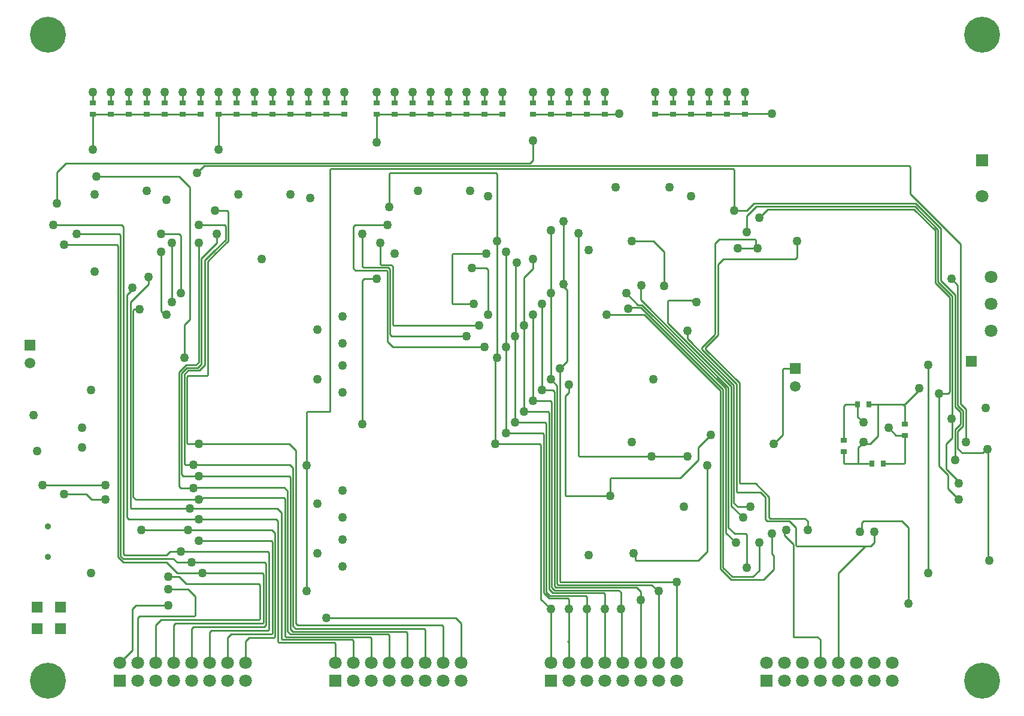
<source format=gbl>
G04*
G04 #@! TF.GenerationSoftware,Altium Limited,Altium Designer,22.3.1 (43)*
G04*
G04 Layer_Physical_Order=4*
G04 Layer_Color=16711680*
%FSLAX25Y25*%
%MOIN*%
G70*
G04*
G04 #@! TF.SameCoordinates,F15A7EA6-3F3C-4714-8FA7-CF7AF9E4284A*
G04*
G04*
G04 #@! TF.FilePolarity,Positive*
G04*
G01*
G75*
%ADD14C,0.01000*%
%ADD18R,0.03740X0.03150*%
%ADD19R,0.03150X0.03740*%
%ADD52C,0.07087*%
%ADD53R,0.07087X0.07087*%
%ADD54R,0.07087X0.07087*%
%ADD55C,0.05906*%
%ADD56R,0.05906X0.05906*%
%ADD57C,0.03543*%
%ADD58C,0.20000*%
%ADD59C,0.05000*%
D14*
X209000Y209000D02*
Y248354D01*
X212000Y206000D02*
X263000D01*
X209000Y209000D02*
X212000Y206000D01*
X448414Y44586D02*
X450000Y43000D01*
Y30000D02*
Y43000D01*
X435000Y44586D02*
X448414D01*
X510000Y80000D02*
Y196150D01*
X416000Y278000D02*
X420879Y282879D01*
X503243Y286000D02*
X517000Y272243D01*
X409000Y279000D02*
X414379Y284379D01*
X420879Y282879D02*
X502121D01*
X414379Y284379D02*
X502743D01*
X413000Y286000D02*
X503243D01*
X502121Y282879D02*
X514000Y271000D01*
X502743Y284379D02*
X515500Y271621D01*
X409000Y282000D02*
X413000Y286000D01*
X515500Y242379D02*
Y271621D01*
X517000Y243000D02*
Y272243D01*
Y243000D02*
X525000Y235000D01*
X515500Y242379D02*
X523500Y234379D01*
X525000Y172879D02*
Y235000D01*
X523500Y166500D02*
Y234379D01*
X441500Y110500D02*
X443000Y109000D01*
Y104000D02*
Y109000D01*
X422086Y110500D02*
X441500D01*
X430235Y101235D02*
Y103235D01*
X430000Y101000D02*
X430235Y101235D01*
Y103235D02*
X431000Y104000D01*
X430000Y101000D02*
X435000Y96000D01*
Y44586D02*
Y96000D01*
X386035Y204964D02*
X405000Y186000D01*
X386035Y204964D02*
Y205793D01*
X393000Y212757D01*
X350000Y232515D02*
Y239914D01*
X384035Y204843D02*
Y205914D01*
X365000Y219636D02*
X400379Y184257D01*
X394379Y82500D02*
Y181772D01*
X343535Y228018D02*
X350254D01*
X350876Y229518D02*
X397379Y183015D01*
X348482Y229518D02*
X350876D01*
X401879Y119239D02*
Y184879D01*
X331000Y224000D02*
X352151D01*
X365000Y219636D02*
Y231414D01*
X397379Y102621D02*
Y183015D01*
X376000Y210757D02*
Y215000D01*
X350000Y232515D02*
X398879Y183636D01*
X395879Y83121D02*
Y182393D01*
X405000Y130586D02*
Y186000D01*
X403379Y125586D02*
Y185500D01*
X384035Y204843D02*
X403379Y185500D01*
X398879Y105621D02*
Y183636D01*
X400379Y117621D02*
Y184257D01*
X352151Y224000D02*
X394379Y181772D01*
X376000Y210757D02*
X401879Y184879D01*
X350254Y228018D02*
X395879Y182393D01*
X405586Y130000D02*
X414000D01*
X405000Y130586D02*
X405586Y130000D01*
X403965Y125000D02*
X416879D01*
X403379Y125586D02*
X403965Y125000D01*
X384035Y205914D02*
X391000Y212879D01*
X397379Y102621D02*
X403000Y97000D01*
X395879Y83121D02*
X401000Y78000D01*
X400379Y117621D02*
X407000Y111000D01*
X401879Y119239D02*
X404117Y117000D01*
X398879Y105621D02*
X402500Y102000D01*
X394379Y82500D02*
X400379Y76500D01*
X393000Y252000D02*
X396000Y255000D01*
X436000D02*
X437000Y256000D01*
X396000Y255000D02*
X436000D01*
X413649Y266000D02*
X414235Y265414D01*
X391500Y263854D02*
X393647Y266000D01*
X414235Y261765D02*
Y265414D01*
X393647Y266000D02*
X413649D01*
X437000Y256000D02*
Y265000D01*
X393000Y212757D02*
Y252000D01*
X416879Y125000D02*
X419500Y122379D01*
Y110086D02*
Y122379D01*
X414000Y130000D02*
X421500Y122500D01*
Y111086D02*
Y122500D01*
X419500Y110086D02*
X420586Y109000D01*
X421500Y111086D02*
X422086Y110500D01*
X436500Y95586D02*
Y105379D01*
X432879Y109000D02*
X436500Y105379D01*
X420586Y109000D02*
X432879D01*
X429000Y193414D02*
X429586Y194000D01*
X429000Y157000D02*
Y193414D01*
X429586Y194000D02*
X436000D01*
X424000Y152000D02*
X429000Y157000D01*
X414235Y261765D02*
X415000Y261000D01*
X391500Y213500D02*
Y263854D01*
X391000Y213000D02*
X391500Y213500D01*
X391000Y212879D02*
Y213000D01*
X480000Y97000D02*
Y103000D01*
X460000Y80000D02*
X475000Y95000D01*
X478000D01*
X437086D02*
X475000D01*
X436500Y95586D02*
X437086Y95000D01*
X478000D02*
X480000Y97000D01*
X514000Y241757D02*
Y271000D01*
X528000Y174646D02*
Y263364D01*
X500000Y291364D02*
Y306414D01*
Y291364D02*
X528000Y263364D01*
X402000Y282000D02*
X409000D01*
Y270000D02*
Y279000D01*
X402000Y282000D02*
Y304914D01*
X514000Y241757D02*
X522000Y233757D01*
Y181000D02*
Y233757D01*
X521000Y180000D02*
X522000Y181000D01*
X516000Y180000D02*
X521000D01*
X523500Y155500D02*
Y165500D01*
X523000Y166000D02*
X523500Y166500D01*
X523000Y166000D02*
X523500Y165500D01*
X526500Y149500D02*
X529000Y147000D01*
X526500Y149500D02*
Y159000D01*
X529500Y162000D01*
X525000Y160000D02*
X528000Y163000D01*
X520000Y152000D02*
X523500Y155500D01*
X525000Y143000D02*
Y160000D01*
X531000Y153000D02*
Y171646D01*
X528000Y174646D02*
X531000Y171646D01*
X525000Y172879D02*
X528000Y169879D01*
X526500Y173500D02*
X529500Y170500D01*
X528000Y163000D02*
Y169879D01*
X529500Y162000D02*
Y170500D01*
X521000Y127000D02*
Y134879D01*
X516000Y139879D02*
X521000Y134879D01*
X516000Y139879D02*
Y180000D01*
X520000Y138000D02*
X527000Y131000D01*
Y130000D02*
Y131000D01*
X520000Y138000D02*
Y152000D01*
X521000Y127000D02*
X527000Y121000D01*
X526500Y173500D02*
Y240500D01*
X523000Y244000D02*
X526500Y240500D01*
X495414Y109000D02*
X499000Y105414D01*
Y63000D02*
Y105414D01*
X472414Y103000D02*
X473000Y103586D01*
X472000Y103000D02*
X472414D01*
X473000Y103586D02*
Y108000D01*
X474000Y109000D01*
X495414D01*
X460000Y30000D02*
Y80000D01*
X404117Y117000D02*
X411000D01*
X404000Y261000D02*
X415000D01*
X408000Y342150D02*
Y348000D01*
X398150Y336000D02*
X423000D01*
X398000Y335850D02*
X398150Y336000D01*
X75000Y335850D02*
X95000D01*
X245000Y257414D02*
X245586Y258000D01*
X264000D01*
X245000Y230586D02*
Y257414D01*
X212000Y218586D02*
X212586Y218000D01*
X210500Y213086D02*
X211586Y212000D01*
X209561Y250439D02*
X210500Y249500D01*
X211061Y251939D02*
X212000Y251000D01*
X210500Y213086D02*
Y249500D01*
X208414Y248939D02*
X209000Y248354D01*
X212000Y218586D02*
Y251000D01*
X212586Y218000D02*
X260000D01*
X191061Y248939D02*
X208414D01*
X205586Y251939D02*
X211061D01*
X205000Y252525D02*
Y264000D01*
Y252525D02*
X205586Y251939D01*
X195586Y250439D02*
X209561D01*
X195000Y251025D02*
Y269000D01*
Y251025D02*
X195586Y250439D01*
X190000Y250000D02*
Y273000D01*
Y250000D02*
X191061Y248939D01*
X265000Y224000D02*
Y249000D01*
X264000Y250000D02*
X265000Y249000D01*
X256000Y250000D02*
X264000D01*
X245586Y230000D02*
X257000D01*
X245000Y230586D02*
X245586Y230000D01*
X300000Y236000D02*
Y271000D01*
Y188000D02*
Y236000D01*
X307000Y239918D02*
Y276000D01*
X270000Y265000D02*
Y302414D01*
X269414Y303000D02*
X270000Y302414D01*
X210586Y303000D02*
X269414D01*
X210000Y284000D02*
Y302414D01*
X210586Y303000D01*
X211586Y212000D02*
X253000D01*
X191000Y274000D02*
X209000D01*
X190000Y273000D02*
X191000Y274000D01*
X195000Y243000D02*
X196000Y244000D01*
X195000Y163000D02*
Y243000D01*
X177000Y170000D02*
Y304914D01*
X164000Y140000D02*
Y169414D01*
X164586Y170000D01*
X177000D01*
X177586Y305500D02*
X401414D01*
X177000Y304914D02*
X177586Y305500D01*
X196000Y244000D02*
X203000D01*
X401414Y305500D02*
X402000Y304914D01*
X107000Y307000D02*
X499414D01*
X500000Y306414D01*
X103000Y303000D02*
X107000Y307000D01*
X542500Y148500D02*
X543500Y147500D01*
Y87500D02*
X544000Y87000D01*
X543500Y87500D02*
Y147500D01*
X529000Y147000D02*
X540414D01*
X541914Y148500D02*
X542500D01*
X540414Y147000D02*
X541914Y148500D01*
X542500D02*
X543000Y149000D01*
X69086Y121000D02*
X104000D01*
X67500Y122586D02*
Y226414D01*
Y122586D02*
X69086Y121000D01*
X68086Y227000D02*
X71000D01*
X67500Y226414D02*
X68086Y227000D01*
X66000Y231000D02*
X76000Y241000D01*
Y245000D01*
X64000Y111000D02*
Y235000D01*
X67000Y238000D01*
Y239000D01*
X62000Y90828D02*
Y273000D01*
X60500Y89621D02*
Y268414D01*
X59000Y89000D02*
Y262414D01*
X23000Y274000D02*
X61000D01*
X36000Y269000D02*
X59914D01*
X29000Y263000D02*
X58414D01*
X61000Y274000D02*
X62000Y273000D01*
X59914Y269000D02*
X60500Y268414D01*
X59000Y89000D02*
X62000Y86000D01*
X58414Y263000D02*
X59000Y262414D01*
X60500Y89621D02*
X62061Y88061D01*
X62000Y90828D02*
X62707Y90121D01*
X66000Y116586D02*
X66586Y116000D01*
X66000Y116586D02*
Y231000D01*
X66586Y116000D02*
X99000D01*
X65000Y110000D02*
X147000D01*
X64000Y111000D02*
X65000Y110000D01*
X72000Y104000D02*
X98000D01*
X114000Y264000D02*
Y269000D01*
X105500Y196500D02*
Y255500D01*
X114000Y264000D01*
X113000Y282000D02*
X119914D01*
X120500Y265328D02*
Y281414D01*
X119914Y282000D02*
X120500Y281414D01*
X113172Y258000D02*
X113172D01*
X118414Y274000D02*
X119000Y273414D01*
X104000Y274000D02*
X118414D01*
X112550Y259500D02*
X119000Y265950D01*
Y273414D01*
X113172Y258000D02*
X120500Y265328D01*
X109086Y253914D02*
X113172Y258000D01*
X112550Y259500D02*
X112550D01*
X107500Y254450D02*
X112550Y259500D01*
X109000Y190586D02*
Y228000D01*
X109086Y228086D02*
Y253914D01*
X109000Y228000D02*
X109086Y228086D01*
X104500Y193000D02*
X107500Y196000D01*
X97621Y194500D02*
X103500D01*
X102414Y196000D02*
X104000Y197586D01*
X103500Y194500D02*
X105500Y196500D01*
X97000Y196000D02*
X102414D01*
X104000Y197586D02*
Y264000D01*
X108414Y190000D02*
X109000Y190586D01*
X98086Y190000D02*
X108414D01*
X97500Y189414D02*
X98086Y190000D01*
X97500Y152586D02*
Y189414D01*
Y152586D02*
X98086Y152000D01*
X104000D01*
X98243Y193000D02*
X104500D01*
X96000Y190757D02*
X98243Y193000D01*
X96586Y140500D02*
X101000D01*
X96000Y141086D02*
X96586Y140500D01*
X96000Y141086D02*
Y190757D01*
X107500Y196000D02*
Y254450D01*
X95500Y134000D02*
X104000D01*
X93000Y192000D02*
X97000Y196000D01*
X94500Y191379D02*
X97621Y194500D01*
X94500Y135000D02*
Y191379D01*
Y135000D02*
X95500Y134000D01*
X94086Y127500D02*
X101000D01*
X93000Y128586D02*
Y192000D01*
Y128586D02*
X94086Y127500D01*
X99000Y221516D02*
Y295000D01*
X96000Y218516D02*
X99000Y221516D01*
X93000Y301000D02*
X99000Y295000D01*
X25000Y303414D02*
X30086Y308500D01*
X288500D02*
X290000Y310000D01*
X30086Y308500D02*
X288500D01*
X25000Y286000D02*
Y303414D01*
X94000Y236000D02*
Y268000D01*
X96000Y200000D02*
Y218516D01*
X93000Y269000D02*
X94000Y268000D01*
X83000Y269000D02*
X93000D01*
X89000Y231000D02*
Y264000D01*
X85000Y224000D02*
X86000D01*
X83000Y226000D02*
Y259000D01*
Y226000D02*
X85000Y224000D01*
X62707Y90121D02*
X86121D01*
X88000Y92000D01*
X94000D01*
X92000Y86000D02*
X100000D01*
X62061Y88061D02*
X89939D01*
X92000Y86000D01*
X86000D02*
X92000Y80000D01*
X62000Y86000D02*
X86000D01*
X92000Y80000D02*
X106000D01*
X290000Y310000D02*
Y321000D01*
X47000Y301000D02*
X93000D01*
X496000Y174000D02*
X497000D01*
X505000Y182000D01*
Y183000D01*
X416000Y81586D02*
Y97000D01*
X423000Y90959D02*
Y102000D01*
X365000Y231414D02*
X365586Y232000D01*
X378414D01*
X380235Y231765D02*
X381000Y231000D01*
X378649Y231765D02*
X380235D01*
X378414Y232000D02*
X378649Y231765D01*
X343018Y227500D02*
X343535Y228018D01*
X342000Y236000D02*
X348482Y229518D01*
X309000Y198000D02*
Y237918D01*
X307000Y239918D02*
X309000Y237918D01*
X285000Y218000D02*
Y244918D01*
Y170000D02*
Y218000D01*
Y244918D02*
X290000Y249918D01*
Y255000D01*
X305000Y194000D02*
X309000Y198000D01*
X305000Y75586D02*
Y194000D01*
X275000Y206000D02*
Y259000D01*
Y158000D02*
Y206000D01*
X280500Y252500D02*
X281000Y253000D01*
X280500Y212500D02*
Y252500D01*
X280000Y164000D02*
Y212000D01*
X280500Y212500D01*
X270000Y200000D02*
Y265000D01*
X316086Y145000D02*
X356000D01*
X315500Y145586D02*
X316086Y145000D01*
X315500Y145586D02*
Y269500D01*
X308000Y178918D02*
X310000Y180918D01*
Y185000D01*
X308000Y123586D02*
Y178918D01*
X356000Y145000D02*
X376000D01*
X308586Y123000D02*
X333000D01*
X308000Y123586D02*
X308586Y123000D01*
X382000Y87000D02*
X387000Y92000D01*
Y140000D01*
X382000Y143000D02*
Y150000D01*
X389000Y157000D01*
X333000Y132414D02*
X333586Y133000D01*
X333000Y123000D02*
Y132414D01*
X333586Y133000D02*
X372000D01*
X382000Y143000D01*
X347000Y87586D02*
X347586Y87000D01*
X347000Y87586D02*
Y90000D01*
X347586Y87000D02*
X382000D01*
X346000Y91000D02*
X347000Y90000D01*
X363000Y240000D02*
Y259000D01*
X357000Y265000D02*
X363000Y259000D01*
X345000Y265000D02*
X357000D01*
X45000Y316000D02*
Y335701D01*
Y316000D02*
X45000Y316000D01*
X95000Y335850D02*
X105000D01*
X65000D02*
X75000D01*
X55000D02*
X65000D01*
X45150D02*
X55000D01*
X45000Y335701D02*
X45150Y335850D01*
X115000Y316000D02*
Y335850D01*
X175000D02*
X185000D01*
X165000D02*
X175000D01*
X155000D02*
X165000D01*
X145000D02*
X155000D01*
X135000D02*
X145000D01*
X125000D02*
X135000D01*
X115000D02*
X125000D01*
X203000Y320000D02*
Y335850D01*
X263000D02*
X273000D01*
X253000D02*
X263000D01*
X243000D02*
X253000D01*
X233000D02*
X243000D01*
X223000D02*
X233000D01*
X213000D02*
X223000D01*
X203000D02*
X213000D01*
X320000D02*
X330000D01*
X337850D01*
X338000Y336000D01*
X310000Y335850D02*
X320000D01*
X300000D02*
X310000D01*
X290000D02*
X300000D01*
X388000D02*
X398000D01*
X378000D02*
X388000D01*
X368000D02*
X378000D01*
X358000D02*
X368000D01*
X402500Y102000D02*
X408414D01*
X409000Y83000D02*
Y101414D01*
X350000Y239914D02*
X350500Y240414D01*
X408414Y102000D02*
X409000Y101414D01*
X401000Y78000D02*
X412414D01*
X418500Y76500D02*
X424000Y82000D01*
X412414Y78000D02*
X416000Y81586D01*
X400379Y76500D02*
X418500D01*
X423000Y90959D02*
X424000Y89959D01*
Y82000D02*
Y89959D01*
X290000Y176000D02*
Y224000D01*
X295000Y182000D02*
Y230000D01*
X269000Y152000D02*
Y200000D01*
X320000Y30000D02*
Y60000D01*
X310000Y41414D02*
Y60000D01*
Y65414D01*
X247000Y55000D02*
X250000Y52000D01*
X175000Y55000D02*
X247000D01*
X250000Y30000D02*
Y52000D01*
X29000Y124000D02*
X41617D01*
X44617Y121000D01*
X52000D01*
X17000Y129000D02*
X52000D01*
X488000Y161000D02*
X492150Y156850D01*
X497000D01*
X470850Y167150D02*
X474000Y164000D01*
X470850Y167150D02*
Y174000D01*
X482000D02*
X496000D01*
X477150D02*
X482000D01*
Y156469D02*
Y174000D01*
X477765Y152235D02*
X482000Y156469D01*
X474765Y152235D02*
X477765D01*
X474000Y153000D02*
X474765Y152235D01*
X471218Y141000D02*
X478850D01*
X463586D02*
X471218D01*
Y150125D02*
X474000Y152907D01*
X471218Y141000D02*
Y150125D01*
X474000Y152907D02*
Y153000D01*
X485150Y141000D02*
X496414D01*
X497000Y141586D02*
Y156850D01*
X496414Y141000D02*
X497000Y141586D01*
X463000D02*
X463586Y141000D01*
X463000Y141586D02*
Y147850D01*
Y154150D02*
Y173000D01*
X464000Y174000D01*
X470850D01*
X496000D02*
X497000Y173000D01*
Y163150D02*
Y173000D01*
X300000Y30000D02*
Y60000D01*
X294500Y65500D02*
X300000Y60000D01*
X269000Y152000D02*
X293914D01*
X294500Y151414D01*
Y65500D02*
Y151414D01*
X296000Y69000D02*
Y157414D01*
X275000Y158000D02*
X295414D01*
X296000Y157414D01*
X297500Y69621D02*
Y163414D01*
X309414Y66000D02*
X310000Y65414D01*
X296000Y69000D02*
X299000Y66000D01*
X299621Y67500D02*
X319414D01*
X297500Y69621D02*
X299621Y67500D01*
X299000Y66000D02*
X309414D01*
X299000Y71000D02*
X301000Y69000D01*
X299000Y71000D02*
Y169414D01*
X301000Y69000D02*
X329414D01*
X320000Y60000D02*
Y66914D01*
X319414Y67500D02*
X320000Y66914D01*
X296914Y164000D02*
X297500Y163414D01*
X280000Y164000D02*
X296914D01*
X330000Y60000D02*
Y68414D01*
Y30000D02*
Y60000D01*
X329414Y69000D02*
X330000Y68414D01*
X300500Y72257D02*
X302257Y70500D01*
X337914D01*
X339000Y69414D01*
X298414Y170000D02*
X299000Y169414D01*
X285000Y170000D02*
X298414D01*
X304086Y73500D02*
X356194D01*
X302879Y72000D02*
X347883D01*
X300500Y72257D02*
Y175414D01*
X302000Y72879D02*
Y181000D01*
X303500Y74086D02*
Y184500D01*
X305586Y75000D02*
X370000D01*
X301000Y182000D02*
X302000Y181000D01*
X305000Y75586D02*
X305586Y75000D01*
X303500Y74086D02*
X304086Y73500D01*
X302000Y72879D02*
X302879Y72000D01*
X299914Y176000D02*
X300500Y175414D01*
X300000Y188000D02*
X303500Y184500D01*
X339000Y60000D02*
Y69414D01*
X347883Y72000D02*
X350000Y69883D01*
X356194Y73500D02*
X359694Y70000D01*
X290000Y176000D02*
X299914D01*
X295000Y182000D02*
X301000D01*
X359694Y70000D02*
X360000D01*
X350000Y65000D02*
Y69883D01*
X310000Y30000D02*
Y41414D01*
X339500Y30500D02*
Y59500D01*
X339000Y60000D02*
X339500Y59500D01*
Y30500D02*
X340000Y30000D01*
X360000D02*
Y70000D01*
X370000Y30000D02*
Y75000D01*
X349414Y64000D02*
X350000Y63414D01*
X309414Y42000D02*
X310000Y41414D01*
X350000Y30000D02*
Y63414D01*
X101000Y140500D02*
X154914D01*
X156500Y138914D01*
X398000Y342150D02*
Y348000D01*
X388000Y342150D02*
Y348000D01*
X378000Y342150D02*
Y348000D01*
X368000Y342150D02*
Y348000D01*
X358000Y342150D02*
Y348000D01*
X330000Y342150D02*
Y348000D01*
X320000Y342150D02*
Y348000D01*
X310000Y342150D02*
Y348000D01*
X300000Y342150D02*
Y348000D01*
X290000Y342150D02*
Y348000D01*
X273000Y342150D02*
Y348000D01*
X263000Y342150D02*
Y348000D01*
X253000Y342150D02*
Y348000D01*
X243000Y342150D02*
Y348000D01*
X233000Y342150D02*
Y348000D01*
X223000Y342150D02*
Y348000D01*
X213000Y342150D02*
Y348000D01*
X203000Y342150D02*
Y348000D01*
X185000Y342150D02*
Y348000D01*
X175000Y342150D02*
Y348000D01*
X165000Y342150D02*
Y348000D01*
X155000Y342150D02*
Y348000D01*
X145000Y342150D02*
Y348000D01*
X135000Y342150D02*
Y348000D01*
X125000Y342150D02*
Y348000D01*
X115000Y342150D02*
Y348000D01*
X105000Y342150D02*
X105000Y342150D01*
Y348000D01*
X95000Y342150D02*
Y348000D01*
X95000Y348000D01*
X85000Y342000D02*
Y348000D01*
X85000Y342000D02*
X85000Y342000D01*
X75000Y342150D02*
X75000Y342150D01*
Y348000D01*
X65000Y342150D02*
X65000Y342150D01*
Y348000D01*
X55000Y348000D02*
X55000Y348000D01*
X55000Y342150D02*
Y348000D01*
X45000Y342000D02*
Y348000D01*
X45000Y342000D02*
X45000Y342000D01*
X94000Y92000D02*
X142414D01*
X104000Y98000D02*
X144414D01*
X100000Y86000D02*
X140914D01*
X140000Y52586D02*
Y79414D01*
X139414Y80000D02*
X140000Y79414D01*
X106000Y80000D02*
X139414D01*
X97000Y74000D02*
X137414D01*
X93000Y78000D02*
X97000Y74000D01*
X87000Y78000D02*
X93000D01*
X98000Y71000D02*
X102000Y67000D01*
X87000Y71000D02*
X98000D01*
X67000Y60000D02*
X69000Y62000D01*
X87000D01*
X71000Y56000D02*
X101414D01*
X102000Y56586D02*
Y67000D01*
X70000Y55000D02*
X71000Y56000D01*
X101414D02*
X102000Y56586D01*
X67000Y37000D02*
Y60000D01*
X60000Y30000D02*
X67000Y37000D01*
X70000Y30000D02*
Y55000D01*
X83000Y54000D02*
X137414D01*
X80000Y51000D02*
X83000Y54000D01*
X137414D02*
X138000Y54586D01*
X137414Y74000D02*
X138000Y73414D01*
Y54586D02*
Y73414D01*
X80000Y30000D02*
Y51000D01*
X139414Y52000D02*
X140000Y52586D01*
X91000Y52000D02*
X139414D01*
X90000Y51000D02*
X91000Y52000D01*
X90000Y30000D02*
Y51000D01*
X140914Y86000D02*
X141500Y85414D01*
Y51086D02*
Y85414D01*
X140414Y50000D02*
X141500Y51086D01*
X101000Y50000D02*
X140414D01*
X100000Y49000D02*
X101000Y50000D01*
X100000Y30000D02*
Y49000D01*
X143000Y48586D02*
Y91414D01*
X142414Y92000D02*
X143000Y91414D01*
X142414Y48000D02*
X143000Y48586D01*
X111000Y48000D02*
X142414D01*
X110000Y47000D02*
X111000Y48000D01*
X110000Y30000D02*
Y47000D01*
X144414Y98000D02*
X145000Y97414D01*
Y46586D02*
Y97414D01*
X144414Y46000D02*
X145000Y46586D01*
X122000Y46000D02*
X144414D01*
X120000Y44000D02*
X122000Y46000D01*
X120000Y30000D02*
Y44000D01*
X144914Y104000D02*
X146500Y102414D01*
X98000Y104000D02*
X144914D01*
X147000Y110000D02*
X148000Y109000D01*
Y42086D02*
Y109000D01*
X146500Y44586D02*
Y102414D01*
X145914Y44000D02*
X146500Y44586D01*
X132000Y44000D02*
X145914D01*
X130000Y42000D02*
X132000Y44000D01*
X130000Y30000D02*
Y42000D01*
X99000Y116000D02*
X147914D01*
X150000Y113914D01*
Y43586D02*
Y113914D01*
X152000Y45086D02*
Y121414D01*
X104000Y121000D02*
X104765Y121765D01*
X106351D02*
X106586Y122000D01*
X151414D01*
X152000Y121414D01*
X104765Y121765D02*
X106351D01*
X102821Y127750D02*
X151664D01*
X153500Y125914D01*
X155000Y48828D02*
Y133414D01*
X104000Y134000D02*
X154414D01*
X155000Y133414D01*
X152586Y44500D02*
X199414D01*
X152000Y45086D02*
X152586Y44500D01*
X150000Y43586D02*
X150586Y43000D01*
X189414D01*
X148586Y41500D02*
X179414D01*
X148000Y42086D02*
X148586Y41500D01*
X153500Y47500D02*
Y125914D01*
Y47500D02*
X155000Y46000D01*
X209414D01*
X179414Y41500D02*
X180000Y40914D01*
Y30000D02*
Y40914D01*
X155000Y48828D02*
X156328Y47500D01*
X219414D01*
X189414Y43000D02*
X190000Y42414D01*
Y30000D02*
Y42414D01*
X199414Y44500D02*
X200000Y43914D01*
Y30000D02*
Y43914D01*
X158000Y52000D02*
X159000Y51000D01*
X156500Y50500D02*
Y138914D01*
X159000Y51000D02*
X239414D01*
X158000Y52000D02*
Y148414D01*
X156500Y50500D02*
X158000Y49000D01*
X154414Y152000D02*
X158000Y148414D01*
Y49000D02*
X229414D01*
X209414Y46000D02*
X210000Y45414D01*
Y30000D02*
Y45414D01*
X220000Y30000D02*
Y46914D01*
X219414Y47500D02*
X220000Y46914D01*
X230000Y30000D02*
Y48414D01*
X229414Y49000D02*
X230000Y48414D01*
X106000Y152000D02*
X154414D01*
X240000Y30000D02*
Y50414D01*
X239414Y51000D02*
X240000Y50414D01*
X164000Y70000D02*
Y140000D01*
D18*
X408000Y335850D02*
D03*
Y342150D02*
D03*
X358000D02*
D03*
Y335850D02*
D03*
X368000Y342150D02*
D03*
Y335850D02*
D03*
X378000Y342150D02*
D03*
Y335850D02*
D03*
X388000Y342150D02*
D03*
Y335850D02*
D03*
X398000Y342150D02*
D03*
Y335850D02*
D03*
X330000D02*
D03*
Y342150D02*
D03*
X310000Y335850D02*
D03*
Y342150D02*
D03*
X320000Y335850D02*
D03*
Y342150D02*
D03*
X290000Y335850D02*
D03*
Y342150D02*
D03*
X300000Y335850D02*
D03*
Y342150D02*
D03*
X273000Y335850D02*
D03*
Y342150D02*
D03*
X253000Y335850D02*
D03*
Y342150D02*
D03*
X223000Y335850D02*
D03*
Y342150D02*
D03*
X263000Y335850D02*
D03*
Y342150D02*
D03*
X243000Y335850D02*
D03*
Y342150D02*
D03*
X213000Y335850D02*
D03*
Y342150D02*
D03*
X203000Y335850D02*
D03*
Y342150D02*
D03*
X233000Y335850D02*
D03*
Y342150D02*
D03*
X155000Y335850D02*
D03*
Y342150D02*
D03*
X145000Y335850D02*
D03*
Y342150D02*
D03*
X165000Y335850D02*
D03*
Y342150D02*
D03*
X175000Y335850D02*
D03*
Y342150D02*
D03*
X185000Y335850D02*
D03*
Y342150D02*
D03*
X135000Y335850D02*
D03*
Y342150D02*
D03*
X125000Y335850D02*
D03*
Y342150D02*
D03*
X115000Y335850D02*
D03*
Y342150D02*
D03*
X55000Y335850D02*
D03*
Y342150D02*
D03*
X45000Y335701D02*
D03*
Y342000D02*
D03*
X65000Y335850D02*
D03*
Y342150D02*
D03*
X75000Y335850D02*
D03*
Y342150D02*
D03*
X85000Y335701D02*
D03*
Y342000D02*
D03*
X105000Y335850D02*
D03*
Y342150D02*
D03*
X95000Y335850D02*
D03*
Y342150D02*
D03*
X463000Y154150D02*
D03*
Y147850D02*
D03*
X497000Y156850D02*
D03*
Y163150D02*
D03*
D19*
X485150Y141000D02*
D03*
X478850D02*
D03*
X470850Y174000D02*
D03*
X477150D02*
D03*
D52*
X545000Y245000D02*
D03*
Y230000D02*
D03*
Y215000D02*
D03*
X180000Y30000D02*
D03*
X190000Y20000D02*
D03*
Y30000D02*
D03*
X200000Y20000D02*
D03*
Y30000D02*
D03*
X210000Y20000D02*
D03*
Y30000D02*
D03*
X220000Y20000D02*
D03*
Y30000D02*
D03*
X230000Y20000D02*
D03*
Y30000D02*
D03*
X240000Y20000D02*
D03*
Y30000D02*
D03*
X250000Y20000D02*
D03*
Y30000D02*
D03*
X540000Y290000D02*
D03*
X370000Y30000D02*
D03*
Y20000D02*
D03*
X360000Y30000D02*
D03*
Y20000D02*
D03*
X350000Y30000D02*
D03*
Y20000D02*
D03*
X340000Y30000D02*
D03*
Y20000D02*
D03*
X330000Y30000D02*
D03*
Y20000D02*
D03*
X320000Y30000D02*
D03*
Y20000D02*
D03*
X310000Y30000D02*
D03*
Y20000D02*
D03*
X300000Y30000D02*
D03*
X490000D02*
D03*
Y20000D02*
D03*
X480000Y30000D02*
D03*
Y20000D02*
D03*
X470000Y30000D02*
D03*
Y20000D02*
D03*
X460000Y30000D02*
D03*
Y20000D02*
D03*
X450000Y30000D02*
D03*
Y20000D02*
D03*
X440000Y30000D02*
D03*
Y20000D02*
D03*
X430000Y30000D02*
D03*
Y20000D02*
D03*
X420000Y30000D02*
D03*
X130000D02*
D03*
Y20000D02*
D03*
X120000Y30000D02*
D03*
Y20000D02*
D03*
X110000Y30000D02*
D03*
Y20000D02*
D03*
X100000Y30000D02*
D03*
Y20000D02*
D03*
X90000Y30000D02*
D03*
Y20000D02*
D03*
X80000Y30000D02*
D03*
Y20000D02*
D03*
X70000Y30000D02*
D03*
Y20000D02*
D03*
X60000Y30000D02*
D03*
D53*
X180000Y20000D02*
D03*
X300000D02*
D03*
X420000D02*
D03*
X60000D02*
D03*
D54*
X540000Y310000D02*
D03*
D55*
X10000Y197000D02*
D03*
X436000Y184000D02*
D03*
D56*
X10000Y207000D02*
D03*
X14000Y49000D02*
D03*
X534000Y198000D02*
D03*
X27000Y49000D02*
D03*
X14000Y61000D02*
D03*
X27000D02*
D03*
X436000Y194000D02*
D03*
D57*
X20000Y106323D02*
D03*
Y89000D02*
D03*
D58*
X540000Y380000D02*
D03*
X20000D02*
D03*
Y20000D02*
D03*
X540000D02*
D03*
D59*
X510000Y80000D02*
D03*
Y196150D02*
D03*
X443000Y104000D02*
D03*
X431000D02*
D03*
X424000Y152000D02*
D03*
X402000Y282000D02*
D03*
X409000Y270000D02*
D03*
X437000Y265000D02*
D03*
X416000Y278000D02*
D03*
X523000Y166000D02*
D03*
X516000Y180000D02*
D03*
X527000Y121000D02*
D03*
Y130000D02*
D03*
X499000Y63000D02*
D03*
X472000Y103000D02*
D03*
X480000D02*
D03*
X415000Y261000D02*
D03*
X404000D02*
D03*
X408000Y348000D02*
D03*
X423000Y336000D02*
D03*
X256000Y250000D02*
D03*
X300000Y271000D02*
D03*
X307000Y276000D02*
D03*
X264000Y258000D02*
D03*
X300000Y236000D02*
D03*
X260000Y218000D02*
D03*
X205000Y264000D02*
D03*
X257000Y230000D02*
D03*
X265000Y224000D02*
D03*
X210000Y284000D02*
D03*
X263000Y206000D02*
D03*
X209000Y274000D02*
D03*
X195000Y269000D02*
D03*
X253000Y212000D02*
D03*
X195000Y163000D02*
D03*
X170000Y215748D02*
D03*
X544000Y87000D02*
D03*
X543000Y149000D02*
D03*
X525000Y143000D02*
D03*
X531000Y153000D02*
D03*
X71000Y227000D02*
D03*
X76000Y245000D02*
D03*
X67000Y239000D02*
D03*
X72000Y104000D02*
D03*
X139000Y255000D02*
D03*
X114000Y269000D02*
D03*
X113000Y282000D02*
D03*
X104000Y274000D02*
D03*
Y264000D02*
D03*
X103000Y303000D02*
D03*
X23000Y274000D02*
D03*
X25000Y286000D02*
D03*
X36000Y269000D02*
D03*
X29000Y263000D02*
D03*
X94000Y236000D02*
D03*
X83000Y269000D02*
D03*
X89000Y264000D02*
D03*
Y231000D02*
D03*
X86000Y224000D02*
D03*
X83000Y259000D02*
D03*
X290000Y321000D02*
D03*
X47000Y301000D02*
D03*
X96000Y200000D02*
D03*
X505000Y183000D02*
D03*
X523000Y244000D02*
D03*
X416000Y97000D02*
D03*
X423000Y102000D02*
D03*
X381000Y231000D02*
D03*
X343018Y227500D02*
D03*
X331000Y224000D02*
D03*
X376000Y215000D02*
D03*
X411000Y117000D02*
D03*
X407000Y111000D02*
D03*
X307000Y241000D02*
D03*
X290000Y255000D02*
D03*
X203000Y244000D02*
D03*
X281000Y253000D02*
D03*
X275000Y259000D02*
D03*
X280000Y212000D02*
D03*
X270000Y265000D02*
D03*
X315500Y269500D02*
D03*
X310000Y185000D02*
D03*
X387000Y140000D02*
D03*
X389000Y157000D02*
D03*
X333000Y123000D02*
D03*
X346000Y91000D02*
D03*
X356000Y145000D02*
D03*
X376000D02*
D03*
X345000Y153000D02*
D03*
X357000Y188000D02*
D03*
X363000Y240000D02*
D03*
X345000Y265000D02*
D03*
X366000Y295000D02*
D03*
X378000Y290000D02*
D03*
X321000Y260000D02*
D03*
X336000Y295000D02*
D03*
X166000Y289000D02*
D03*
X265000Y290000D02*
D03*
X255000Y293000D02*
D03*
X213000Y258000D02*
D03*
X226000Y293000D02*
D03*
X155000Y291000D02*
D03*
X126000D02*
D03*
X46000Y248000D02*
D03*
X86000Y288000D02*
D03*
X75000Y293000D02*
D03*
X46000Y291000D02*
D03*
X45000Y316000D02*
D03*
X115000D02*
D03*
X203000Y320000D02*
D03*
X338000Y336000D02*
D03*
X403000Y97000D02*
D03*
X409000Y83000D02*
D03*
X342000Y236000D02*
D03*
X350500Y240414D02*
D03*
X290000Y224000D02*
D03*
X374000Y117000D02*
D03*
X175000Y55000D02*
D03*
X29000Y124000D02*
D03*
X52000Y121000D02*
D03*
Y129000D02*
D03*
X17000D02*
D03*
X12000Y168000D02*
D03*
X14000Y148000D02*
D03*
X44000Y80000D02*
D03*
X39000Y161000D02*
D03*
Y150000D02*
D03*
X44000Y182000D02*
D03*
X474000Y164000D02*
D03*
X488000Y161000D02*
D03*
X474000Y153000D02*
D03*
X542000Y172000D02*
D03*
X300000Y60000D02*
D03*
X310000D02*
D03*
X320000D02*
D03*
X330000D02*
D03*
X339000D02*
D03*
X350000Y65000D02*
D03*
X360000Y70000D02*
D03*
X370000Y75000D02*
D03*
X269000Y152000D02*
D03*
X275000Y158000D02*
D03*
X280000Y164000D02*
D03*
X285000Y170000D02*
D03*
X290000Y176000D02*
D03*
X295000Y182000D02*
D03*
X300000Y188000D02*
D03*
X305000Y194000D02*
D03*
X270000Y200000D02*
D03*
X275000Y206000D02*
D03*
X285000Y218000D02*
D03*
X295000Y230000D02*
D03*
X321000Y90000D02*
D03*
X398000Y348000D02*
D03*
X388000D02*
D03*
X378000D02*
D03*
X368000D02*
D03*
X358000D02*
D03*
X330000D02*
D03*
X320000D02*
D03*
X310000D02*
D03*
X300000D02*
D03*
X290000D02*
D03*
X273000D02*
D03*
X263000D02*
D03*
X253000D02*
D03*
X243000D02*
D03*
X233000D02*
D03*
X223000D02*
D03*
X213000D02*
D03*
X203000D02*
D03*
X185000D02*
D03*
X175000D02*
D03*
X165000D02*
D03*
X155000D02*
D03*
X145000D02*
D03*
X135000D02*
D03*
X125000D02*
D03*
X115000D02*
D03*
X105000D02*
D03*
X95000D02*
D03*
X85000D02*
D03*
X75000D02*
D03*
X65000D02*
D03*
X55000D02*
D03*
X45000D02*
D03*
X94000Y92000D02*
D03*
X104000Y98000D02*
D03*
X100000Y86000D02*
D03*
X106000Y80000D02*
D03*
X87000Y78000D02*
D03*
Y71000D02*
D03*
Y62000D02*
D03*
X98000Y104000D02*
D03*
X104000Y110000D02*
D03*
X99000Y116000D02*
D03*
X101000Y127500D02*
D03*
X104000Y121000D02*
D03*
X101000Y140500D02*
D03*
X104000Y134000D02*
D03*
Y152000D02*
D03*
X170000Y188252D02*
D03*
X184000Y180748D02*
D03*
Y195748D02*
D03*
Y208252D02*
D03*
Y223252D02*
D03*
X170000Y91252D02*
D03*
Y118748D02*
D03*
X184000Y83748D02*
D03*
Y98748D02*
D03*
Y111252D02*
D03*
Y126252D02*
D03*
X164000Y70000D02*
D03*
Y140000D02*
D03*
M02*

</source>
